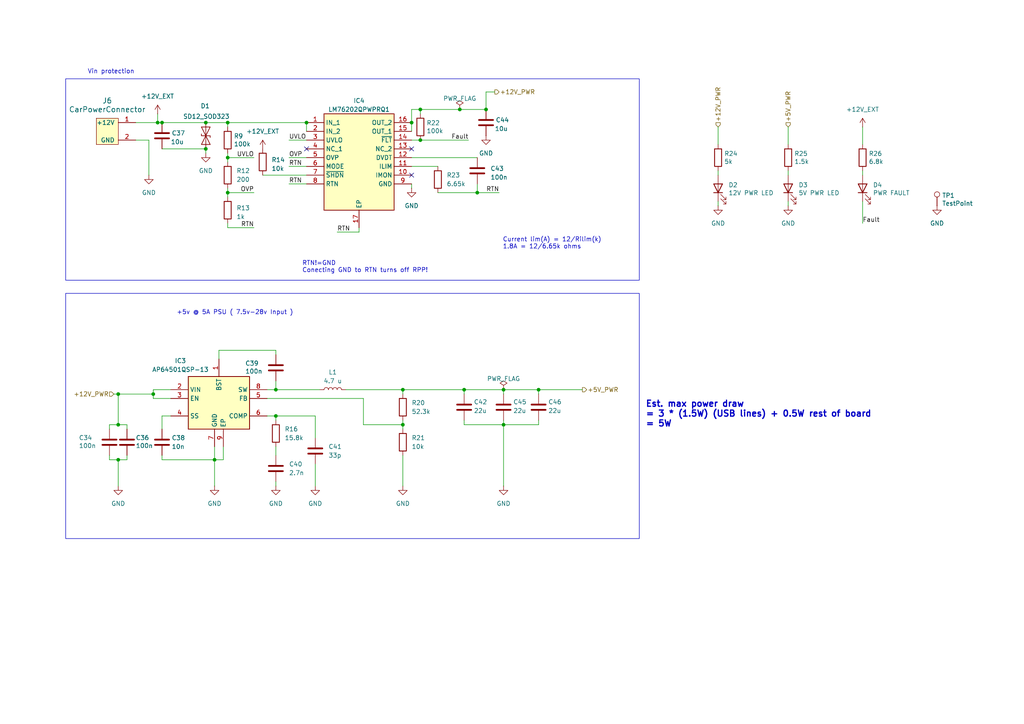
<source format=kicad_sch>
(kicad_sch (version 20231120) (generator "eeschema") (generator_version "8.0")
  (paper "A4")
  (lib_symbols
    (symbol "AP64501QSP-13:AP64501QSP-13"
      (property "Reference" "IC" (at 26.67 7.62 0))
      (property "Value" "AP64501QSP-13" (at 26.67 5.08 0))
      (symbol "AP64501QSP-13_1_1"
        (rectangle (start 5.08 2.54) (end 22.86 -12.7) (stroke (width 0.254)) (fill (type background)))
        (pin input line (at 13.97 7.62 270) (length 5.08) (name "BST") (number "1"))
        (pin power_in line (at 0 -1.27 0) (length 5.08) (name "VIN") (number "2"))
        (pin input line (at 0 -3.81 0) (length 5.08) (name "EN") (number "3"))
        (pin input line (at 0 -8.89 0) (length 5.08) (name "SS") (number "4"))
        (pin output line (at 27.94 -3.81 180) (length 5.08) (name "FB") (number "5"))
        (pin passive line (at 27.94 -8.89 180) (length 5.08) (name "COMP") (number "6"))
        (pin power_in line (at 12.7 -17.78 90) (length 5.08) (name "GND") (number "7"))
        (pin power_out line (at 27.94 -1.27 180) (length 5.08) (name "SW") (number "8"))
        (pin passive line (at 15.24 -17.78 90) (length 5.08) (name "EP") (number "9"))
      )
    )
    (symbol "Connector:TestPoint" (pin_numbers hide) (pin_names (offset 0.762) hide)
      (property "Reference" "TP" (at 0 6.858 0))
      (property "Value" "TestPoint" (at 0 5.08 0))
      (symbol "TestPoint_0_1"
        (circle (center 0 3.302) (radius 0.762))
      )
      (symbol "TestPoint_1_1"
        (pin passive line (at 0 0 90) (length 2.54) (name "1") (number "1"))
      )
    )
    (symbol "Device:C" (pin_numbers hide) (pin_names (offset 0.254))
      (property "Reference" "C" (at 0.635 2.54 0))
      (property "Value" "C" (at 0.635 -2.54 0))
      (symbol "C_0_1"
        (polyline (pts (xy -2.032 -0.762) (xy 2.032 -0.762)) (stroke (width 0.508)))
        (polyline (pts (xy -2.032 0.762) (xy 2.032 0.762)) (stroke (width 0.508)))
      )
      (symbol "C_1_1"
        (pin passive line (at 0 3.81 270) (length 2.794) (name "~") (number "1"))
        (pin passive line (at 0 -3.81 90) (length 2.794) (name "~") (number "2"))
      )
    )
    (symbol "Device:L" (pin_numbers hide) (pin_names (offset 1.016) hide)
      (property "Reference" "L" (at -1.27 0 90))
      (property "Value" "L" (at 1.905 0 90))
      (symbol "L_0_1"
        (arc (start 0 -2.54) (mid 0.6323 -1.905) (end 0 -1.27))
        (arc (start 0 -1.27) (mid 0.6323 -0.635) (end 0 0))
        (arc (start 0 0) (mid 0.6323 0.635) (end 0 1.27))
        (arc (start 0 1.27) (mid 0.6323 1.905) (end 0 2.54))
      )
      (symbol "L_1_1"
        (pin passive line (at 0 3.81 270) (length 1.27) (name "1") (number "1"))
        (pin passive line (at 0 -3.81 90) (length 1.27) (name "2") (number "2"))
      )
    )
    (symbol "Device:LED" (pin_numbers hide) (pin_names (offset 1.016) hide)
      (property "Reference" "D" (at 0 2.54 0))
      (property "Value" "LED" (at 0 -2.54 0))
      (symbol "LED_0_1"
        (polyline (pts (xy -1.27 -1.27) (xy -1.27 1.27)) (stroke (width 0.254)))
        (polyline (pts (xy -1.27 0) (xy 1.27 0)))
        (polyline (pts (xy 1.27 -1.27) (xy 1.27 1.27) (xy -1.27 0) (xy 1.27 -1.27)) (stroke (width 0.254)))
        (polyline (pts (xy -3.048 -0.762) (xy -4.572 -2.286) (xy -3.81 -2.286) (xy -4.572 -2.286) (xy -4.572 -1.524)))
        (polyline (pts (xy -1.778 -0.762) (xy -3.302 -2.286) (xy -2.54 -2.286) (xy -3.302 -2.286) (xy -3.302 -1.524)))
      )
      (symbol "LED_1_1"
        (pin passive line (at -3.81 0 0) (length 2.54) (name "K") (number "1"))
        (pin passive line (at 3.81 0 180) (length 2.54) (name "A") (number "2"))
      )
    )
    (symbol "Device:R" (pin_numbers hide) (pin_names (offset 0))
      (property "Reference" "R" (at 2.032 0 90))
      (property "Value" "R" (at 0 0 90))
      (symbol "R_0_1"
        (rectangle (start -1.016 -2.54) (end 1.016 2.54) (stroke (width 0.254)))
      )
      (symbol "R_1_1"
        (pin passive line (at 0 3.81 270) (length 1.27) (name "~") (number "1"))
        (pin passive line (at 0 -3.81 90) (length 1.27) (name "~") (number "2"))
      )
    )
    (symbol "Diode:SD12_SOD323" (pin_numbers hide) (pin_names (offset 1.016) hide)
      (property "Reference" "D" (at 0 2.54 0))
      (property "Value" "SD12_SOD323" (at 0 -2.54 0))
      (symbol "SD12_SOD323_0_1"
        (polyline (pts (xy 1.27 0) (xy -1.27 0)))
        (polyline (pts (xy -2.54 -1.27) (xy 0 0) (xy -2.54 1.27) (xy -2.54 -1.27)) (stroke (width 0.2032)))
        (polyline (pts (xy 0.508 1.27) (xy 0 1.27) (xy 0 -1.27) (xy -0.508 -1.27)) (stroke (width 0.2032)))
        (polyline (pts (xy 2.54 1.27) (xy 2.54 -1.27) (xy 0 0) (xy 2.54 1.27)) (stroke (width 0.2032)))
      )
      (symbol "SD12_SOD323_1_1"
        (pin passive line (at -3.81 0 0) (length 2.54) (name "A1") (number "1"))
        (pin passive line (at 3.81 0 180) (length 2.54) (name "A2") (number "2"))
      )
    )
    (symbol "GND_1" (power) (pin_numbers hide) (pin_names (offset 0) hide)
      (property "Value" "GND" (at 0 -3.81 0))
      (symbol "GND_1_0_1"
        (polyline (pts (xy 0 0) (xy 0 -1.27) (xy 1.27 -1.27) (xy 0 -2.54) (xy -1.27 -1.27) (xy 0 -1.27)))
      )
      (symbol "GND_1_1_1"
        (pin power_in line (at 0 0 270) (length 0) (name "~") (number "1"))
      )
    )
    (symbol "GND_2" (power) (pin_numbers hide) (pin_names (offset 0) hide)
      (property "Value" "GND" (at 0 -3.81 0))
      (symbol "GND_2_0_1"
        (polyline (pts (xy 0 0) (xy 0 -1.27) (xy 1.27 -1.27) (xy 0 -2.54) (xy -1.27 -1.27) (xy 0 -1.27)))
      )
      (symbol "GND_2_1_1"
        (pin power_in line (at 0 0 270) (length 0) (name "~") (number "1"))
      )
    )
    (symbol "LM76202QPWPRQ1:LM76202QPWPRQ1"
      (property "Reference" "IC" (at 26.67 7.62 0))
      (property "Value" "LM76202QPWPRQ1" (at 26.67 5.08 0))
      (symbol "LM76202QPWPRQ1_1_1"
        (rectangle (start 5.08 2.54) (end 25.4 -25.4) (stroke (width 0.254)) (fill (type background)))
        (pin passive line (at 0 0 0) (length 5.08) (name "IN_1") (number "1"))
        (pin passive line (at 30.48 -15.24 180) (length 5.08) (name "IMON") (number "10"))
        (pin passive line (at 30.48 -12.7 180) (length 5.08) (name "ILIM") (number "11"))
        (pin passive line (at 30.48 -10.16 180) (length 5.08) (name "DVDT") (number "12"))
        (pin passive line (at 30.48 -7.62 180) (length 5.08) (name "NC_2") (number "13"))
        (pin passive line (at 30.48 -5.08 180) (length 5.08) (name "~{FLT}") (number "14"))
        (pin passive line (at 30.48 -2.54 180) (length 5.08) (name "OUT_1") (number "15"))
        (pin passive line (at 30.48 0 180) (length 5.08) (name "OUT_2") (number "16"))
        (pin passive line (at 15.24 -30.48 90) (length 5.08) (name "EP") (number "17"))
        (pin passive line (at 0 -2.54 0) (length 5.08) (name "IN_2") (number "2"))
        (pin passive line (at 0 -5.08 0) (length 5.08) (name "UVLO") (number "3"))
        (pin passive line (at 0 -7.62 0) (length 5.08) (name "NC_1") (number "4"))
        (pin passive line (at 0 -10.16 0) (length 5.08) (name "OVP") (number "5"))
        (pin passive line (at 0 -12.7 0) (length 5.08) (name "MODE") (number "6"))
        (pin passive line (at 0 -15.24 0) (length 5.08) (name "~{SHDN}") (number "7"))
        (pin passive line (at 0 -17.78 0) (length 5.08) (name "RTN") (number "8"))
        (pin passive line (at 30.48 -17.78 180) (length 5.08) (name "GND") (number "9"))
      )
    )
    (symbol "power:+12V" (power) (pin_numbers hide) (pin_names (offset 0) hide)
      (property "Value" "+12V" (at 0 3.556 0))
      (symbol "+12V_0_1"
        (polyline (pts (xy -0.762 1.27) (xy 0 2.54)))
        (polyline (pts (xy 0 0) (xy 0 2.54)))
        (polyline (pts (xy 0 2.54) (xy 0.762 1.27)))
      )
      (symbol "+12V_1_1"
        (pin power_in line (at 0 0 90) (length 0) (name "~") (number "1"))
      )
    )
    (symbol "power:GND" (power) (pin_numbers hide) (pin_names (offset 0) hide)
      (property "Value" "GND" (at 0 -3.81 0))
      (symbol "GND_0_1"
        (polyline (pts (xy 0 0) (xy 0 -1.27) (xy 1.27 -1.27) (xy 0 -2.54) (xy -1.27 -1.27) (xy 0 -1.27)))
      )
      (symbol "GND_1_1"
        (pin power_in line (at 0 0 270) (length 0) (name "~") (number "1"))
      )
    )
    (symbol "power:PWR_FLAG" (power) (pin_numbers hide) (pin_names (offset 0) hide)
      (property "Value" "PWR_FLAG" (at 0 3.81 0))
      (symbol "PWR_FLAG_0_0"
        (pin power_out line (at 0 0 90) (length 0) (name "~") (number "1"))
      )
      (symbol "PWR_FLAG_0_1"
        (polyline (pts (xy 0 0) (xy 0 1.27) (xy -1.016 1.905) (xy 0 2.54) (xy 1.016 1.905) (xy 0 1.27)))
      )
    )
    (symbol "utsvt-connectors:CarPowerConnector" (pin_names (offset 1.016))
      (property "Reference" "J" (at 0 -5.08 0))
      (property "Value" "CarPowerConnector" (at 0 5.08 0))
      (symbol "CarPowerConnector_0_1"
        (rectangle (start 2.54 3.81) (end -3.81 -3.81) (fill (type background)))
      )
      (symbol "CarPowerConnector_1_1"
        (pin power_out line (at 7.62 2.54 180) (length 5.08) (name "+12V") (number "1"))
        (pin power_out line (at 7.62 -2.54 180) (length 5.08) (name "GND") (number "2"))
      )
    )
  )
  (junction (at 146.05 113.03))
  (junction (at 80.01 113.03))
  (junction (at 88.9 35.56))
  (junction (at 134.62 113.03))
  (junction (at 34.29 123.19))
  (junction (at 140.97 31.75))
  (junction (at 66.04 45.72))
  (junction (at 59.69 43.18))
  (junction (at 44.45 114.3))
  (junction (at 119.38 35.56))
  (junction (at 116.84 123.19))
  (junction (at 46.99 35.56))
  (junction (at 62.23 133.35))
  (junction (at 156.21 113.03))
  (junction (at 34.29 114.3))
  (junction (at 121.92 31.75))
  (junction (at 45.72 35.56))
  (junction (at 133.35 31.75))
  (junction (at 146.05 123.19))
  (junction (at 121.92 40.64))
  (junction (at 138.43 55.88))
  (junction (at 116.84 113.03))
  (junction (at 80.01 120.65))
  (junction (at 66.04 55.88))
  (junction (at 34.29 133.35))
  (junction (at 59.69 35.56))
  (junction (at 66.04 35.56))
  (no_connect (at 119.38 50.8))
  (no_connect (at 88.9 43.18))
  (no_connect (at 119.38 43.18))
  (wire (pts (xy 105.41 115.57) (xy 105.41 123.19)))
  (wire (pts (xy 66.04 45.72) (xy 73.66 45.72)))
  (wire (pts (xy 83.82 48.26) (xy 88.9 48.26)))
  (wire (pts (xy 80.01 101.6) (xy 80.01 102.87)))
  (wire (pts (xy 250.19 64.77) (xy 250.19 58.42)))
  (wire (pts (xy 44.45 113.03) (xy 44.45 114.3)))
  (wire (pts (xy 34.29 114.3) (xy 44.45 114.3)))
  (wire (pts (xy 80.01 113.03) (xy 92.71 113.03)))
  (wire (pts (xy 116.84 123.19) (xy 116.84 124.46)))
  (wire (pts (xy 49.53 120.65) (xy 46.99 120.65)))
  (wire (pts (xy 138.43 55.88) (xy 144.78 55.88)))
  (wire (pts (xy 83.82 40.64) (xy 88.9 40.64)))
  (wire (pts (xy 62.23 133.35) (xy 62.23 140.97)))
  (wire (pts (xy 44.45 113.03) (xy 49.53 113.03)))
  (wire (pts (xy 66.04 35.56) (xy 88.9 35.56)))
  (wire (pts (xy 146.05 113.03) (xy 134.62 113.03)))
  (wire (pts (xy 45.72 33.02) (xy 45.72 35.56)))
  (wire (pts (xy 91.44 134.62) (xy 91.44 140.97)))
  (wire (pts (xy 97.79 67.31) (xy 104.14 67.31)))
  (wire (pts (xy 116.84 132.08) (xy 116.84 140.97)))
  (wire (pts (xy 119.38 45.72) (xy 138.43 45.72)))
  (wire (pts (xy 63.5 104.14) (xy 63.5 101.6)))
  (wire (pts (xy 80.01 120.65) (xy 80.01 121.92)))
  (wire (pts (xy 44.45 114.3) (xy 44.45 115.57)))
  (wire (pts (xy 46.99 35.56) (xy 59.69 35.56)))
  (wire (pts (xy 250.19 50.8) (xy 250.19 49.53)))
  (wire (pts (xy 63.5 101.6) (xy 80.01 101.6)))
  (wire (pts (xy 119.38 31.75) (xy 119.38 35.56)))
  (wire (pts (xy 73.66 55.88) (xy 66.04 55.88)))
  (wire (pts (xy 46.99 132.08) (xy 46.99 133.35)))
  (wire (pts (xy 119.38 35.56) (xy 119.38 38.1)))
  (wire (pts (xy 140.97 26.67) (xy 140.97 31.75)))
  (wire (pts (xy 104.14 67.31) (xy 104.14 66.04)))
  (wire (pts (xy 100.33 113.03) (xy 116.84 113.03)))
  (wire (pts (xy 45.72 35.56) (xy 46.99 35.56)))
  (wire (pts (xy 228.6 36.83) (xy 228.6 41.91)))
  (wire (pts (xy 119.38 31.75) (xy 121.92 31.75)))
  (wire (pts (xy 31.75 124.46) (xy 31.75 123.19)))
  (wire (pts (xy 34.29 114.3) (xy 34.29 123.19)))
  (wire (pts (xy 66.04 66.04) (xy 73.66 66.04)))
  (wire (pts (xy 91.44 127) (xy 91.44 120.65)))
  (wire (pts (xy 134.62 121.92) (xy 134.62 123.19)))
  (wire (pts (xy 91.44 120.65) (xy 80.01 120.65)))
  (wire (pts (xy 66.04 35.56) (xy 66.04 36.83)))
  (wire (pts (xy 46.99 43.18) (xy 59.69 43.18)))
  (wire (pts (xy 77.47 113.03) (xy 80.01 113.03)))
  (wire (pts (xy 134.62 114.3) (xy 134.62 113.03)))
  (wire (pts (xy 250.19 36.83) (xy 250.19 41.91)))
  (wire (pts (xy 146.05 123.19) (xy 146.05 140.97)))
  (wire (pts (xy 208.28 59.69) (xy 208.28 58.42)))
  (wire (pts (xy 83.82 53.34) (xy 88.9 53.34)))
  (wire (pts (xy 116.84 113.03) (xy 116.84 114.3)))
  (wire (pts (xy 80.01 113.03) (xy 80.01 110.49)))
  (wire (pts (xy 77.47 115.57) (xy 105.41 115.57)))
  (wire (pts (xy 83.82 45.72) (xy 88.9 45.72)))
  (wire (pts (xy 62.23 129.54) (xy 62.23 133.35)))
  (wire (pts (xy 134.62 123.19) (xy 146.05 123.19)))
  (wire (pts (xy 59.69 35.56) (xy 66.04 35.56)))
  (wire (pts (xy 80.01 129.54) (xy 80.01 132.08)))
  (wire (pts (xy 66.04 44.45) (xy 66.04 45.72)))
  (wire (pts (xy 66.04 57.15) (xy 66.04 55.88)))
  (wire (pts (xy 156.21 114.3) (xy 156.21 113.03)))
  (wire (pts (xy 116.84 121.92) (xy 116.84 123.19)))
  (wire (pts (xy 36.83 132.08) (xy 36.83 133.35)))
  (wire (pts (xy 105.41 123.19) (xy 116.84 123.19)))
  (wire (pts (xy 59.69 43.18) (xy 59.69 44.45)))
  (wire (pts (xy 64.77 129.54) (xy 64.77 133.35)))
  (wire (pts (xy 119.38 53.34) (xy 119.38 54.61)))
  (wire (pts (xy 46.99 120.65) (xy 46.99 124.46)))
  (wire (pts (xy 66.04 64.77) (xy 66.04 66.04)))
  (wire (pts (xy 121.92 31.75) (xy 121.92 33.02)))
  (wire (pts (xy 31.75 133.35) (xy 34.29 133.35)))
  (wire (pts (xy 140.97 26.67) (xy 143.51 26.67)))
  (wire (pts (xy 119.38 40.64) (xy 121.92 40.64)))
  (wire (pts (xy 34.29 133.35) (xy 36.83 133.35)))
  (wire (pts (xy 119.38 48.26) (xy 127 48.26)))
  (wire (pts (xy 80.01 139.7) (xy 80.01 140.97)))
  (wire (pts (xy 66.04 54.61) (xy 66.04 55.88)))
  (wire (pts (xy 146.05 123.19) (xy 146.05 121.92)))
  (wire (pts (xy 64.77 133.35) (xy 62.23 133.35)))
  (wire (pts (xy 39.37 35.56) (xy 45.72 35.56)))
  (wire (pts (xy 77.47 120.65) (xy 80.01 120.65)))
  (wire (pts (xy 88.9 35.56) (xy 88.9 38.1)))
  (wire (pts (xy 43.18 40.64) (xy 43.18 50.8)))
  (wire (pts (xy 36.83 123.19) (xy 36.83 124.46)))
  (wire (pts (xy 138.43 53.34) (xy 138.43 55.88)))
  (wire (pts (xy 228.6 59.69) (xy 228.6 58.42)))
  (wire (pts (xy 31.75 132.08) (xy 31.75 133.35)))
  (wire (pts (xy 76.2 50.8) (xy 88.9 50.8)))
  (wire (pts (xy 44.45 115.57) (xy 49.53 115.57)))
  (wire (pts (xy 156.21 123.19) (xy 146.05 123.19)))
  (wire (pts (xy 208.28 36.83) (xy 208.28 41.91)))
  (wire (pts (xy 34.29 133.35) (xy 34.29 140.97)))
  (wire (pts (xy 133.35 31.75) (xy 140.97 31.75)))
  (wire (pts (xy 146.05 114.3) (xy 146.05 113.03)))
  (wire (pts (xy 66.04 45.72) (xy 66.04 46.99)))
  (wire (pts (xy 116.84 113.03) (xy 134.62 113.03)))
  (wire (pts (xy 39.37 40.64) (xy 43.18 40.64)))
  (wire (pts (xy 156.21 113.03) (xy 168.91 113.03)))
  (wire (pts (xy 228.6 50.8) (xy 228.6 49.53)))
  (wire (pts (xy 34.29 123.19) (xy 36.83 123.19)))
  (wire (pts (xy 208.28 50.8) (xy 208.28 49.53)))
  (wire (pts (xy 31.75 123.19) (xy 34.29 123.19)))
  (wire (pts (xy 121.92 31.75) (xy 133.35 31.75)))
  (wire (pts (xy 62.23 133.35) (xy 46.99 133.35)))
  (wire (pts (xy 121.92 40.64) (xy 135.89 40.64)))
  (wire (pts (xy 127 55.88) (xy 138.43 55.88)))
  (wire (pts (xy 33.02 114.3) (xy 34.29 114.3)))
  (wire (pts (xy 156.21 121.92) (xy 156.21 123.19)))
  (wire (pts (xy 156.21 113.03) (xy 146.05 113.03)))
  (rectangle (start 19.05 22.86) (end 185.42 81.28))
  (rectangle (start 19.05 85.09) (end 185.42 156.21))
  (text "RTN!=GND \nConecting GND to RTN turns off RPP!" (at 87.63 77.47 0) (effects (font (size 1.27 1.27)) (justify left)))
  (text "Est. max power draw \n= 3 * (1.5W) (USB lines) + 0.5W rest of board\n= 5W\n" (at 187.198 120.142 0) (effects (font (size 1.778 1.778) (thickness 0.3556) (bold yes)) (justify left)))
  (text "+5v @ 5A PSU ( 7.5v-28v Input )" (at 85.09 91.44 0) (effects (font (size 1.27 1.27)) (justify right bottom)))
  (text "Vin protection" (at 25.4 21.59 0) (effects (font (size 1.27 1.27)) (justify left bottom)))
  (text "Current lim(A) = 12/Rilim(k)\n1.8A = 12/6.65k ohms" (at 145.796 70.612 0) (effects (font (size 1.27 1.27)) (justify left)))
  (label "Fault" (at 135.89 40.64 180))
  (label "UVLO" (at 73.66 45.72 180))
  (label "OVP" (at 83.82 45.72 0))
  (label "RTN" (at 73.66 66.04 180))
  (label "Fault" (at 250.19 64.77 0))
  (label "RTN" (at 97.79 67.31 0))
  (label "UVLO" (at 83.82 40.64 0))
  (label "RTN" (at 144.78 55.88 180))
  (label "RTN" (at 83.82 48.26 0))
  (label "RTN" (at 83.82 53.34 0))
  (label "OVP" (at 73.66 55.88 180))
  (hierarchical_label "+12V_PWR" (shape output) (at 143.51 26.67 0))
  (hierarchical_label "+5V_PWR" (shape input) (at 228.6 36.83 90))
  (hierarchical_label "+5V_PWR" (shape output) (at 168.91 113.03 0))
  (hierarchical_label "+12V_PWR" (shape input) (at 33.02 114.3 180))
  (hierarchical_label "+12V_PWR" (shape input) (at 208.28 36.83 90))
  (symbol (lib_id "power:GND") (at 116.84 140.97 0) (unit 1)
    (property "Reference" "#PWR042" (effects (hide yes)))
    (property "Value" "GND" (at 116.84 146.05 0))
    (property "Description" "Power symbol creates a global label with name \"GND\" , ground" (effects (hide yes)))
  )
  (symbol (lib_id "Device:L") (at 96.52 113.03 90) (unit 1)
    (property "Reference" "L1" (at 96.52 107.95 90))
    (property "Value" "4.7 u" (at 96.52 110.49 90))
    (property "Footprint" "Controls_Pi:INDPM110100X540N" (effects (hide yes)))
    (property "Datasheet" "https://www.mouser.com/datasheet/2/54/Bourns_03202023_SRP1050WA_Data_Sheet-3135147.pdf" (effects (hide yes)))
    (property "Description" "Inductor" (effects (hide yes)))
    (property "P/N" " SRP1050WA-4R7M " (effects (hide yes)))
  )
  (symbol (lib_id "Connector:TestPoint") (at 271.78 59.69 0) (unit 1)
    (property "Reference" "TP1" (at 273.2532 56.6928 0) (effects (justify left)))
    (property "Value" "TestPoint" (at 273.2532 59.0042 0) (effects (justify left)))
    (property "Footprint" "TestPoint:TestPoint_Pad_2.0x2.0mm" (effects (hide yes)))
  )
  (symbol (lib_id "Device:C") (at 134.62 118.11 0) (unit 1)
    (property "Reference" "C42" (at 137.414 116.586 0) (effects (justify left)))
    (property "Value" "22u" (at 137.414 119.126 0) (effects (justify left)))
    (property "Footprint" "Capacitor_SMD:C_0805_2012Metric" (effects (hide yes)))
    (property "Datasheet" "https://www.mouser.com/datasheet/2/585/MLCC-1837944.pdf" (effects (hide yes)))
    (property "Description" "Unpolarized capacitor 22u 10%" (effects (hide yes)))
    (property "P/N" "CL21A226KQCLRNC " (effects (hide yes)))
  )
  (symbol (lib_id "utsvt-connectors:CarPowerConnector") (at 31.75 38.1 0) (unit 1)
    (property "Reference" "J6" (at 31.115 29.21 0) (effects (font (size 1.524 1.524))))
    (property "Value" "CarPowerConnector" (at 31.115 31.75 0) (effects (font (size 1.524 1.524))))
    (property "Footprint" "Connector_Molex:Molex_Micro-Fit_3.0_43650-0215_1x02_P3.00mm_Vertical" (effects (hide yes)))
    (property "Datasheet" "https://www.molex.com/en-us/products/part-detail-pdf/436500215?display=pdf" (effects (hide yes)))
    (property "Description" "Connection to the car's low power bus" (effects (hide yes)))
    (property "P/N" "436500215" (effects (hide yes)))
  )
  (symbol (lib_id "Device:R") (at 76.2 46.99 0) (unit 1)
    (property "Reference" "R14" (at 78.74 46.355 0) (effects (justify left)))
    (property "Value" "10k" (at 78.74 48.895 0) (effects (justify left)))
    (property "Footprint" "Resistor_SMD:R_0805_2012Metric" (effects (hide yes)))
    (property "Datasheet" "https://www.vishay.com/docs/28773/crcwce3.pdf" (effects (hide yes)))
    (property "Description" "Resistor 10k 1%" (effects (hide yes)))
    (property "P/N" "CRCW080510K0FKEAC" (effects (hide yes)))
  )
  (symbol (lib_id "Device:R") (at 121.92 36.83 0) (unit 1)
    (property "Reference" "R22" (at 123.698 35.6616 0) (effects (justify left)))
    (property "Value" "100k" (at 123.698 37.973 0) (effects (justify left)))
    (property "Footprint" "Resistor_SMD:R_0805_2012Metric" (effects (hide yes)))
    (property "Datasheet" "https://www.vishay.com/docs/28773/crcwce3.pdf" (effects (hide yes)))
    (property "Description" "Resistor 100k 1%" (effects (hide yes)))
    (property "P/N" "CRCW0805100KFKEAC" (effects (hide yes)))
  )
  (symbol (lib_id "Device:C") (at 140.97 35.56 0) (unit 1)
    (property "Reference" "C44" (at 143.764 34.798 0) (effects (justify left)))
    (property "Value" "10u" (at 143.51 37.338 0) (effects (justify left)))
    (property "Footprint" "Capacitor_SMD:C_0805_2012Metric" (effects (hide yes)))
    (property "Datasheet" "https://www.mouser.com/datasheet/2/396/taiyo_yuden_12132018_mlcc11_hq_e-1510082.pdf" (effects (hide yes)))
    (property "Description" "Unpolarized capacitor" (effects (hide yes)))
    (property "P/N" "TMK212BBJ106MGHT" (effects (hide yes)))
  )
  (symbol (lib_id "power:+12V") (at 250.19 36.83 0) (unit 1)
    (property "Reference" "#PWR048" (effects (hide yes)))
    (property "Value" "+12V_EXT" (at 250.19 31.75 0))
    (property "Description" "Power symbol creates a global label with name \"+12V\"" (effects (hide yes)))
  )
  (symbol (lib_id "Device:C") (at 80.01 135.89 0) (unit 1)
    (property "Reference" "C40" (at 83.82 134.6199 0) (effects (justify left)))
    (property "Value" "2.7n" (at 83.82 137.1599 0) (effects (justify left)))
    (property "Footprint" "Capacitor_SMD:C_0805_2012Metric" (effects (hide yes)))
    (property "Datasheet" "https://www.vishay.com/docs/45199/vjcommercialseries.pdf" (effects (hide yes)))
    (property "Description" "Unpolarized capacitor 2.7n 5%" (effects (hide yes)))
    (property "P/N" "VJ0805A272JXAAT" (effects (hide yes)))
  )
  (symbol (lib_name "GND_2") (lib_id "power:GND") (at 59.69 44.45 0) (unit 1)
    (property "Reference" "#PWR037" (effects (hide yes)))
    (property "Value" "GND" (at 59.69 49.53 0))
    (property "Description" "Power symbol creates a global label with name \"GND\" , ground" (effects (hide yes)))
  )
  (symbol (lib_id "Device:LED") (at 208.28 54.61 90) (unit 1)
    (property "Reference" "D2" (at 211.2772 53.6448 90) (effects (justify right)))
    (property "Value" "12V PWR LED" (at 211.2772 55.9562 90) (effects (justify right)))
    (property "Footprint" "LED_SMD:LED_0805_2012Metric" (effects (hide yes)))
    (property "Datasheet" "https://www.mouser.com/datasheet/2/216/APTD2012LCGCK-1102037.pdf" (effects (hide yes)))
    (property "Description" "Green LED, Vf 1.9V, If 2mA" (effects (hide yes)))
    (property "P/N" "APTD2012LCGCK" (effects (hide yes)))
  )
  (symbol (lib_id "power:PWR_FLAG") (at 146.05 113.03 0) (unit 1)
    (property "Reference" "#FLG02" (effects (hide yes)))
    (property "Value" "PWR_FLAG" (at 146.05 109.855 0))
    (property "Description" "Special symbol for telling ERC where power comes from" (effects (hide yes)))
  )
  (symbol (lib_id "Device:R") (at 127 52.07 0) (unit 1)
    (property "Reference" "R23" (at 129.54 50.7999 0) (effects (justify left)))
    (property "Value" "6.65k" (at 129.54 53.3399 0) (effects (justify left)))
    (property "Footprint" "Resistor_SMD:R_0805_2012Metric" (effects (hide yes)))
    (property "Datasheet" "https://www.vishay.com/docs/20035/dcrcwe3.pdf" (effects (hide yes)))
    (property "Description" "Resistor 6.65 1%" (effects (hide yes)))
    (property "P/N" "CRCW12106K65FKEA" (effects (hide yes)))
  )
  (symbol (lib_id "Device:R") (at 116.84 118.11 0) (unit 1)
    (property "Reference" "R20" (at 119.38 116.8399 0) (effects (justify left)))
    (property "Value" "52.3k" (at 119.38 119.3799 0) (effects (justify left)))
    (property "Footprint" "Resistor_SMD:R_0805_2012Metric" (effects (hide yes)))
    (property "Datasheet" "https://www.mouser.com/datasheet/2/447/YAGEO_PYu_RC_Group_51_RoHS_L_12-3313492.pdf" (effects (hide yes)))
    (property "Description" "Resistor 52.3k 1%" (effects (hide yes)))
    (property "P/N" "RC0805FR-0752K3L" (effects (hide yes)))
  )
  (symbol (lib_name "GND_2") (lib_id "power:GND") (at 271.78 59.69 0) (unit 1)
    (property "Reference" "#PWR049" (effects (hide yes)))
    (property "Value" "GND" (at 271.78 64.77 0))
    (property "Description" "Power symbol creates a global label with name \"GND\" , ground" (effects (hide yes)))
  )
  (symbol (lib_id "power:GND") (at 146.05 140.97 0) (unit 1)
    (property "Reference" "#PWR045" (effects (hide yes)))
    (property "Value" "GND" (at 146.05 146.05 0))
    (property "Description" "Power symbol creates a global label with name \"GND\" , ground" (effects (hide yes)))
  )
  (symbol (lib_id "Device:R") (at 116.84 128.27 0) (unit 1)
    (property "Reference" "R21" (at 119.38 126.9999 0) (effects (justify left)))
    (property "Value" "10k" (at 119.38 129.5399 0) (effects (justify left)))
    (property "Footprint" "Resistor_SMD:R_0805_2012Metric" (effects (hide yes)))
    (property "Datasheet" "https://www.vishay.com/docs/28773/crcwce3.pdf" (effects (hide yes)))
    (property "Description" "Resistor 10k 1%" (effects (hide yes)))
    (property "P/N" "CRCW080510K0FKEAC" (effects (hide yes)))
  )
  (symbol (lib_name "GND_2") (lib_id "power:GND") (at 228.6 59.69 0) (unit 1)
    (property "Reference" "#PWR047" (effects (hide yes)))
    (property "Value" "GND" (at 228.6 64.77 0))
    (property "Description" "Power symbol creates a global label with name \"GND\" , ground" (effects (hide yes)))
  )
  (symbol (lib_id "Device:C") (at 80.01 106.68 0) (unit 1)
    (property "Reference" "C39" (at 71.12 105.3846 0) (effects (justify left)))
    (property "Value" "100n" (at 71.12 107.696 0) (effects (justify left)))
    (property "Footprint" "Capacitor_SMD:C_0805_2012Metric" (effects (hide yes)))
    (property "Datasheet" "https://www.mouser.com/datasheet/2/447/KEM_C1002_X7R_SMD-3316098.pdf" (effects (hide yes)))
    (property "Description" "Resistor 0.1u 20%" (effects (hide yes)))
    (property "P/N" "C0805C104M5RACTU" (effects (hide yes)))
  )
  (symbol (lib_id "Device:C") (at 36.83 128.27 0) (unit 1)
    (property "Reference" "C36" (at 39.37 126.9746 0) (effects (justify left)))
    (property "Value" "100n" (at 39.37 129.286 0) (effects (justify left)))
    (property "Footprint" "Capacitor_SMD:C_0805_2012Metric" (effects (hide yes)))
    (property "Datasheet" "https://www.mouser.com/datasheet/2/447/KEM_C1002_X7R_SMD-3316098.pdf" (effects (hide yes)))
    (property "Description" "Capacitor 0.1u 20%" (effects (hide yes)))
    (property "P/N" "C0805C104M5RACTU" (effects (hide yes)))
  )
  (symbol (lib_id "power:GND") (at 62.23 140.97 0) (unit 1)
    (property "Reference" "#PWR038" (effects (hide yes)))
    (property "Value" "GND" (at 62.23 146.05 0))
    (property "Description" "Power symbol creates a global label with name \"GND\" , ground" (effects (hide yes)))
  )
  (symbol (lib_id "Device:R") (at 208.28 45.72 0) (unit 1)
    (property "Reference" "R24" (at 210.058 44.5516 0) (effects (justify left)))
    (property "Value" "5k" (at 210.058 46.863 0) (effects (justify left)))
    (property "Footprint" "Resistor_SMD:R_0805_2012Metric" (effects (hide yes)))
    (property "Datasheet" "https://www.vishay.com/docs/20008/dcrcw.pdf" (effects (hide yes)))
    (property "Description" "Resistor 5k 1%" (effects (hide yes)))
    (property "P/N" "CRCW08055K00FKTA" (effects (hide yes)))
  )
  (symbol (lib_id "LM76202QPWPRQ1:LM76202QPWPRQ1") (at 88.9 35.56 0) (unit 1)
    (property "Reference" "IC4" (at 104.14 29.21 0))
    (property "Value" "LM76202QPWPRQ1" (at 104.14 31.75 0))
    (property "Footprint" "Controls_Pi:SOP65P640X120-17N" (effects (hide yes)))
    (property "Datasheet" "http://www.ti.com/general/docs/suppproductinfo.tsp?distId=10&gotoUrl=http%3A%2F%2Fwww.ti.com%2Flit%2Fgpn%2Flm76202-q1" (effects (hide yes)))
    (property "Description" "60V 2.2A ideal diode with integrated FET" (effects (hide yes)))
    (property "P/N" "LM76202QPWPRQ1" (effects (hide yes)))
  )
  (symbol (lib_id "Diode:SD12_SOD323") (at 59.69 39.37 90) (unit 1)
    (property "Reference" "D1" (at 58.166 30.734 90) (effects (justify right)))
    (property "Value" "SD12_SOD323" (at 53.086 33.782 90) (effects (justify right)))
    (property "Footprint" "Diode_SMD:D_SOD-323" (effects (hide yes)))
    (property "Datasheet" "https://www.littelfuse.com/~/media/electronics/datasheets/tvs_diode_arrays/littelfuse_tvs_diode_array_sd_c_datasheet.pdf.pdf" (effects (hide yes)))
    (property "Description" "12V, 450W Discrete Bidirectional TVS Diode, SOD-323" (effects (hide yes)))
    (property "P/N" "PESD15VL1BA,115" (effects (hide yes)))
  )
  (symbol (lib_name "GND_2") (lib_id "power:GND") (at 119.38 54.61 0) (unit 1)
    (property "Reference" "#PWR043" (effects (hide yes)))
    (property "Value" "GND" (at 119.38 59.69 0))
    (property "Description" "Power symbol creates a global label with name \"GND\" , ground" (effects (hide yes)))
  )
  (symbol (lib_id "Device:R") (at 66.04 60.96 0) (unit 1)
    (property "Reference" "R13" (at 68.58 60.325 0) (effects (justify left)))
    (property "Value" "1k" (at 68.58 62.865 0) (effects (justify left)))
    (property "Footprint" "Resistor_SMD:R_0805_2012Metric" (effects (hide yes)))
    (property "Datasheet" "https://www.vishay.com/docs/28773/crcwce3.pdf" (effects (hide yes)))
    (property "Description" "Resistor 1k 1%" (effects (hide yes)))
    (property "P/N" "CRCW080510K0FKEAC" (effects (hide yes)))
  )
  (symbol (lib_id "Device:LED") (at 228.6 54.61 90) (unit 1)
    (property "Reference" "D3" (at 231.5972 53.6448 90) (effects (justify right)))
    (property "Value" "5V PWR LED" (at 231.5972 55.9562 90) (effects (justify right)))
    (property "Footprint" "LED_SMD:LED_0805_2012Metric" (effects (hide yes)))
    (property "Datasheet" "https://www.mouser.com/datasheet/2/216/APTD2012LCGCK-1102037.pdf" (effects (hide yes)))
    (property "Description" "Green LED, Vf 1.9V, If 2mA" (effects (hide yes)))
    (property "P/N" "APTD2012LCGCK" (effects (hide yes)))
  )
  (symbol (lib_id "Device:C") (at 46.99 39.37 0) (unit 1)
    (property "Reference" "C37" (at 49.784 38.608 0) (effects (justify left)))
    (property "Value" "10u" (at 49.53 41.148 0) (effects (justify left)))
    (property "Footprint" "Capacitor_SMD:C_0805_2012Metric" (effects (hide yes)))
    (property "Datasheet" "https://www.mouser.com/datasheet/2/396/taiyo_yuden_12132018_mlcc11_hq_e-1510082.pdf" (effects (hide yes)))
    (property "Description" "Unpolarized capacitor" (effects (hide yes)))
    (property "P/N" "TMK212BBJ106MGHT" (effects (hide yes)))
  )
  (symbol (lib_id "Device:R") (at 66.04 50.8 0) (unit 1)
    (property "Reference" "R12" (at 68.58 49.5299 0) (effects (justify left)))
    (property "Value" "200" (at 68.58 52.0699 0) (effects (justify left)))
    (property "Footprint" "Resistor_SMD:R_0805_2012Metric" (effects (hide yes)))
    (property "Datasheet" "https://www.mouser.com/datasheet/2/54/cr-1858361.pdf" (effects (hide yes)))
    (property "Description" "Resistor 200 5%" (effects (hide yes)))
    (property "P/N" "CR0805-JW-201ELF" (effects (hide yes)))
  )
  (symbol (lib_name "GND_2") (lib_id "power:GND") (at 43.18 50.8 0) (unit 1)
    (property "Reference" "#PWR035" (effects (hide yes)))
    (property "Value" "GND" (at 43.18 55.88 0))
    (property "Description" "Power symbol creates a global label with name \"GND\" , ground" (effects (hide yes)))
  )
  (symbol (lib_id "power:PWR_FLAG") (at 133.35 31.75 0) (unit 1)
    (property "Reference" "#FLG01" (effects (hide yes)))
    (property "Value" "PWR_FLAG" (at 133.35 28.575 0))
    (property "Description" "Special symbol for telling ERC where power comes from" (effects (hide yes)))
  )
  (symbol (lib_id "Device:R") (at 80.01 125.73 0) (unit 1)
    (property "Reference" "R16" (at 82.55 124.4599 0) (effects (justify left)))
    (property "Value" "15.8k" (at 82.55 126.9999 0) (effects (justify left)))
    (property "Footprint" "Resistor_SMD:R_0805_2012Metric" (effects (hide yes)))
    (property "Datasheet" "https://www.mouser.com/datasheet/2/447/PYu_AA_51_RoHS_L_3-3003024.pdf" (effects (hide yes)))
    (property "Description" "Resistor 15.8k 1%" (effects (hide yes)))
    (property "P/N" "AA0805FR-0715K8L" (effects (hide yes)))
  )
  (symbol (lib_id "Device:C") (at 156.21 118.11 0) (unit 1)
    (property "Reference" "C46" (at 159.004 116.586 0) (effects (justify left)))
    (property "Value" "22u" (at 159.004 119.126 0) (effects (justify left)))
    (property "Footprint" "Capacitor_SMD:C_0805_2012Metric" (effects (hide yes)))
    (property "Datasheet" "https://www.mouser.com/datasheet/2/585/MLCC-1837944.pdf" (effects (hide yes)))
    (property "Description" "Unpolarized capacitor 22u 10%" (effects (hide yes)))
    (property "P/N" "CL21A226KQCLRNC " (effects (hide yes)))
  )
  (symbol (lib_id "Device:R") (at 228.6 45.72 0) (unit 1)
    (property "Reference" "R25" (at 230.378 44.5516 0) (effects (justify left)))
    (property "Value" "1.5k" (at 230.378 46.863 0) (effects (justify left)))
    (property "Footprint" "Resistor_SMD:R_0805_2012Metric" (effects (hide yes)))
    (property "Datasheet" "https://fscdn.rohm.com/en/products/databook/datasheet/passive/resistor/chip_resistor/sdr-e.pdf" (effects (hide yes)))
    (property "Description" "Resistor 1.5k 1%" (effects (hide yes)))
    (property "P/N" "SDR10EZPF1501" (effects (hide yes)))
  )
  (symbol (lib_id "Device:C") (at 146.05 118.11 0) (unit 1)
    (property "Reference" "C45" (at 148.844 116.586 0) (effects (justify left)))
    (property "Value" "22u" (at 148.844 119.126 0) (effects (justify left)))
    (property "Footprint" "Capacitor_SMD:C_0805_2012Metric" (effects (hide yes)))
    (property "Datasheet" "https://www.mouser.com/datasheet/2/585/MLCC-1837944.pdf" (effects (hide yes)))
    (property "Description" "Unpolarized capacitor 22u 10%" (effects (hide yes)))
    (property "P/N" "CL21A226KQCLRNC " (effects (hide yes)))
  )
  (symbol (lib_id "power:GND") (at 91.44 140.97 0) (unit 1)
    (property "Reference" "#PWR041" (effects (hide yes)))
    (property "Value" "GND" (at 91.44 146.05 0))
    (property "Description" "Power symbol creates a global label with name \"GND\" , ground" (effects (hide yes)))
  )
  (symbol (lib_id "power:+12V") (at 45.72 33.02 0) (unit 1)
    (property "Reference" "#PWR036" (effects (hide yes)))
    (property "Value" "+12V_EXT" (at 45.72 27.94 0))
    (property "Description" "Power symbol creates a global label with name \"+12V\"" (effects (hide yes)))
  )
  (symbol (lib_id "AP64501QSP-13:AP64501QSP-13") (at 49.53 111.76 0) (unit 1)
    (property "Reference" "IC3" (at 52.324 104.648 0))
    (property "Value" "AP64501QSP-13" (at 52.324 107.188 0))
    (property "Footprint" "Controls_Pi:SOIC127P600X163-9N" (effects (hide yes)))
    (property "Datasheet" "https://www.diodes.com//assets/Datasheets/AP64501Q.pdf" (effects (hide yes)))
    (property "Description" "DIODES INC. - AP64501QSP-13 - DC-DC Switching Synchronous Buck Regulator, Adjustable, 3.8-40 V in, 0.8-40 V out, 3 A out, HSOIC-8" (effects (hide yes)))
    (property "P/N" "AP64501QSP-13" (effects (hide yes)))
    (property "Height" "1.63" (effects (hide yes)))
    (property "Manufacturer_Name" "Diodes Incorporated" (effects (hide yes)))
    (property "Manufacturer_Part_Number" "AP64501QSP-13" (effects (hide yes)))
    (property "Mouser Part Number" "621-AP64501QSP-13" (effects (hide yes)))
    (property "Mouser Price/Stock" "https://www.mouser.co.uk/ProductDetail/Diodes-Incorporated/AP64501QSP-13?qs=IS%252B4QmGtzzqtXRaIlE2s%2FA%3D%3D" (effects (hide yes)))
  )
  (symbol (lib_id "Device:C") (at 31.75 128.27 0) (unit 1)
    (property "Reference" "C34" (at 22.86 126.9746 0) (effects (justify left)))
    (property "Value" "100n" (at 22.86 129.286 0) (effects (justify left)))
    (property "Footprint" "Capacitor_SMD:C_0805_2012Metric" (effects (hide yes)))
    (property "Datasheet" "https://www.mouser.com/datasheet/2/447/KEM_C1002_X7R_SMD-3316098.pdf" (effects (hide yes)))
    (property "Description" "Capacitor 0.1u 20%" (effects (hide yes)))
    (property "P/N" "C0805C104M5RACTU" (effects (hide yes)))
  )
  (symbol (lib_name "GND_2") (lib_id "power:GND") (at 208.28 59.69 0) (unit 1)
    (property "Reference" "#PWR046" (effects (hide yes)))
    (property "Value" "GND" (at 208.28 64.77 0))
    (property "Description" "Power symbol creates a global label with name \"GND\" , ground" (effects (hide yes)))
  )
  (symbol (lib_id "Device:R") (at 250.19 45.72 0) (unit 1)
    (property "Reference" "R26" (at 251.968 44.5516 0) (effects (justify left)))
    (property "Value" "6.8k" (at 251.968 46.863 0) (effects (justify left)))
    (property "Footprint" "Resistor_SMD:R_0805_2012Metric" (effects (hide yes)))
    (property "Datasheet" "https://fscdn.rohm.com/en/products/databook/datasheet/passive/resistor/chip_resistor/sdr-e.pdf" (effects (hide yes)))
    (property "Description" "Resistor 6.8k 1%" (effects (hide yes)))
    (property "P/N" "SDR10EZPF6801" (effects (hide yes)))
  )
  (symbol (lib_id "Device:C") (at 46.99 128.27 0) (unit 1)
    (property "Reference" "C38" (at 49.784 127 0) (effects (justify left)))
    (property "Value" "10n" (at 49.784 129.54 0) (effects (justify left)))
    (property "Footprint" "Capacitor_SMD:C_0805_2012Metric" (effects (hide yes)))
    (property "Datasheet" "https://www.mouser.com/datasheet/2/447/KEM_C1002_X7R_SMD-3316098.pdf" (effects (hide yes)))
    (property "Description" "Unpolarized capacitor 10n 5%" (effects (hide yes)))
    (property "P/N" "C0805C103J5RACTU" (effects (hide yes)))
  )
  (symbol (lib_id "power:GND") (at 80.01 140.97 0) (unit 1)
    (property "Reference" "#PWR040" (effects (hide yes)))
    (property "Value" "GND" (at 80.01 146.05 0))
    (property "Description" "Power symbol creates a global label with name \"GND\" , ground" (effects (hide yes)))
  )
  (symbol (lib_id "Device:C") (at 138.43 49.53 0) (unit 1)
    (property "Reference" "C43" (at 142.24 48.895 0) (effects (justify left)))
    (property "Value" "100n" (at 142.24 51.435 0) (effects (justify left)))
    (property "Footprint" "Capacitor_SMD:C_0805_2012Metric" (effects (hide yes)))
    (property "Datasheet" "https://www.mouser.com/datasheet/2/447/KEM_C1002_X7R_SMD-3316098.pdf" (effects (hide yes)))
    (property "Description" "Unpolarized capacitor" (effects (hide yes)))
    (property "P/N" "C0805C104M5RACTU" (effects (hide yes)))
  )
  (symbol (lib_id "power:+12V") (at 76.2 43.18 0) (unit 1)
    (property "Reference" "#PWR039" (effects (hide yes)))
    (property "Value" "+12V_EXT" (at 76.2 38.1 0))
    (property "Description" "Power symbol creates a global label with name \"+12V\"" (effects (hide yes)))
  )
  (symbol (lib_id "Device:LED") (at 250.19 54.61 90) (unit 1)
    (property "Reference" "D4" (at 253.1872 53.6448 90) (effects (justify right)))
    (property "Value" "PWR FAULT" (at 253.1872 55.9562 90) (effects (justify right)))
    (property "Footprint" "LED_SMD:LED_0805_2012Metric" (effects (hide yes)))
    (property "Datasheet" "https://www.mouser.com/datasheet/2/216/APTD2012LSURCK-1101937.pdf" (effects (hide yes)))
    (property "Description" "LED Red Vf 1.75V, If 2mA" (effects (hide yes)))
    (property "P/N" "APTD2012LSURCK" (effects (hide yes)))
  )
  (symbol (lib_id "Device:R") (at 66.04 40.64 0) (unit 1)
    (property "Reference" "R9" (at 67.818 39.4716 0) (effects (justify left)))
    (property "Value" "100k" (at 67.818 41.783 0) (effects (justify left)))
    (property "Footprint" "Resistor_SMD:R_0805_2012Metric" (effects (hide yes)))
    (property "Datasheet" "https://www.vishay.com/docs/28773/crcwce3.pdf" (effects (hide yes)))
    (property "Description" "Resistor 100k 1%" (effects (hide yes)))
    (property "P/N" "CRCW0805100KFKEAC" (effects (hide yes)))
  )
  (symbol (lib_id "power:GND") (at 34.29 140.97 0) (unit 1)
    (property "Reference" "#PWR033" (effects (hide yes)))
    (property "Value" "GND" (at 34.29 146.05 0))
    (property "Description" "Power symbol creates a global label with name \"GND\" , ground" (effects (hide yes)))
  )
  (symbol (lib_name "GND_1") (lib_id "power:GND") (at 140.97 39.37 0) (unit 1)
    (property "Reference" "#PWR044" (effects (hide yes)))
    (property "Value" "GND" (at 140.97 44.45 0))
    (property "Description" "Power symbol creates a global label with name \"GND\" , ground" (effects (hide yes)))
  )
  (symbol (lib_id "Device:C") (at 91.44 130.81 0) (unit 1)
    (property "Reference" "C41" (at 95.25 129.5399 0) (effects (justify left)))
    (property "Value" "33p" (at 95.25 132.0799 0) (effects (justify left)))
    (property "Footprint" "Capacitor_SMD:C_0805_2012Metric" (effects (hide yes)))
    (property "Datasheet" "https://www.mouser.com/datasheet/2/447/KEM_C1002_X7R_SMD-3316098.pdf" (effects (hide yes)))
    (property "Description" "Unpolarized capacitor 33p 5%" (effects (hide yes)))
    (property "P/N" "C0805C330J5RACTU" (effects (hide yes)))
  )
)
</source>
